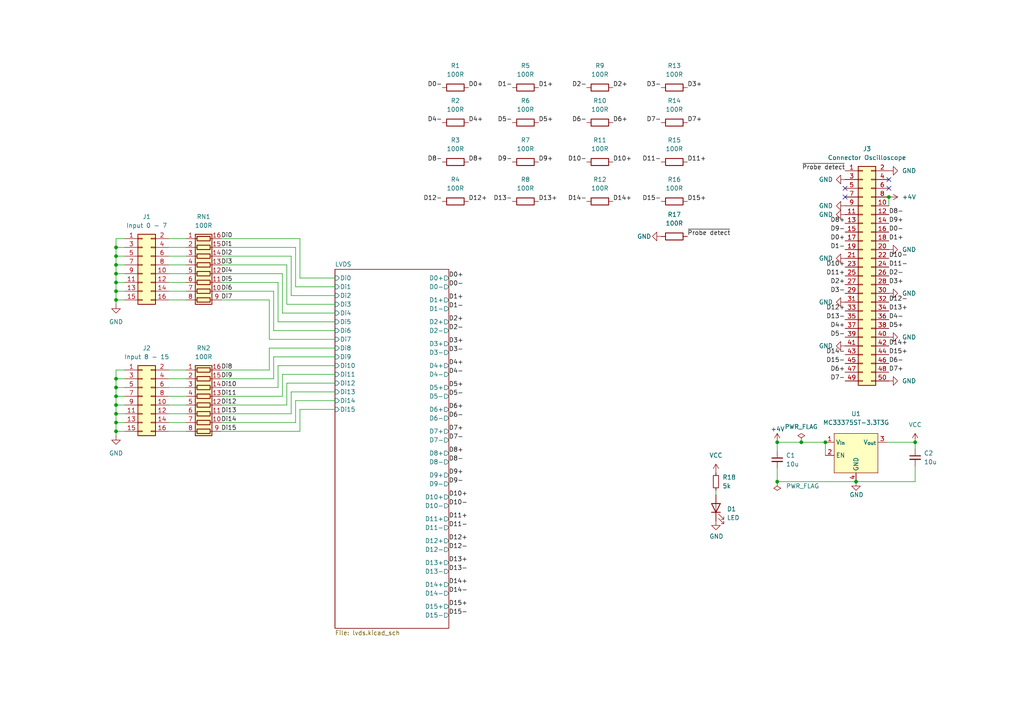
<source format=kicad_sch>
(kicad_sch (version 20211123) (generator eeschema)
  (paper "A4")
  (lib_symbols
    (symbol "Connector_Generic:Conn_02x08_Odd_Even" (pin_names (offset 1.016) hide)
      (property "Reference" "J" (at 1.27 10.16 0))
      (property "Value" "Conn_02x08_Odd_Even" (at 1.27 -12.7 0))
      (symbol "Conn_02x08_Odd_Even_1_1"
        (rectangle (start -1.27 -10.033) (end 0 -10.287) (stroke (width 0.1524)))
        (rectangle (start -1.27 -7.493) (end 0 -7.747) (stroke (width 0.1524)))
        (rectangle (start -1.27 -4.953) (end 0 -5.207) (stroke (width 0.1524)))
        (rectangle (start -1.27 -2.413) (end 0 -2.667) (stroke (width 0.1524)))
        (rectangle (start -1.27 0.127) (end 0 -0.127) (stroke (width 0.1524)))
        (rectangle (start -1.27 2.667) (end 0 2.413) (stroke (width 0.1524)))
        (rectangle (start -1.27 5.207) (end 0 4.953) (stroke (width 0.1524)))
        (rectangle (start -1.27 7.747) (end 0 7.493) (stroke (width 0.1524)))
        (rectangle (start -1.27 8.89) (end 3.81 -11.43) (stroke (width 0.254)) (fill (type background)))
        (rectangle (start 3.81 -10.033) (end 2.54 -10.287) (stroke (width 0.1524)))
        (rectangle (start 3.81 -7.493) (end 2.54 -7.747) (stroke (width 0.1524)))
        (rectangle (start 3.81 -4.953) (end 2.54 -5.207) (stroke (width 0.1524)))
        (rectangle (start 3.81 -2.413) (end 2.54 -2.667) (stroke (width 0.1524)))
        (rectangle (start 3.81 0.127) (end 2.54 -0.127) (stroke (width 0.1524)))
        (rectangle (start 3.81 2.667) (end 2.54 2.413) (stroke (width 0.1524)))
        (rectangle (start 3.81 5.207) (end 2.54 4.953) (stroke (width 0.1524)))
        (rectangle (start 3.81 7.747) (end 2.54 7.493) (stroke (width 0.1524)))
        (pin passive line (at -5.08 7.62 0) (length 3.81) (name "Pin_1") (number "1"))
        (pin passive line (at 7.62 -2.54 180) (length 3.81) (name "Pin_10") (number "10"))
        (pin passive line (at -5.08 -5.08 0) (length 3.81) (name "Pin_11") (number "11"))
        (pin passive line (at 7.62 -5.08 180) (length 3.81) (name "Pin_12") (number "12"))
        (pin passive line (at -5.08 -7.62 0) (length 3.81) (name "Pin_13") (number "13"))
        (pin passive line (at 7.62 -7.62 180) (length 3.81) (name "Pin_14") (number "14"))
        (pin passive line (at -5.08 -10.16 0) (length 3.81) (name "Pin_15") (number "15"))
        (pin passive line (at 7.62 -10.16 180) (length 3.81) (name "Pin_16") (number "16"))
        (pin passive line (at 7.62 7.62 180) (length 3.81) (name "Pin_2") (number "2"))
        (pin passive line (at -5.08 5.08 0) (length 3.81) (name "Pin_3") (number "3"))
        (pin passive line (at 7.62 5.08 180) (length 3.81) (name "Pin_4") (number "4"))
        (pin passive line (at -5.08 2.54 0) (length 3.81) (name "Pin_5") (number "5"))
        (pin passive line (at 7.62 2.54 180) (length 3.81) (name "Pin_6") (number "6"))
        (pin passive line (at -5.08 0 0) (length 3.81) (name "Pin_7") (number "7"))
        (pin passive line (at 7.62 0 180) (length 3.81) (name "Pin_8") (number "8"))
        (pin passive line (at -5.08 -2.54 0) (length 3.81) (name "Pin_9") (number "9"))
      )
    )
    (symbol "Connector_Generic:Conn_02x25_Odd_Even" (pin_names (offset 1.016) hide)
      (property "Reference" "J" (at 1.27 33.02 0))
      (property "Value" "Conn_02x25_Odd_Even" (at 1.27 -33.02 0))
      (symbol "Conn_02x25_Odd_Even_1_1"
        (rectangle (start -1.27 -30.353) (end 0 -30.607) (stroke (width 0.1524)))
        (rectangle (start -1.27 -27.813) (end 0 -28.067) (stroke (width 0.1524)))
        (rectangle (start -1.27 -25.273) (end 0 -25.527) (stroke (width 0.1524)))
        (rectangle (start -1.27 -22.733) (end 0 -22.987) (stroke (width 0.1524)))
        (rectangle (start -1.27 -20.193) (end 0 -20.447) (stroke (width 0.1524)))
        (rectangle (start -1.27 -17.653) (end 0 -17.907) (stroke (width 0.1524)))
        (rectangle (start -1.27 -15.113) (end 0 -15.367) (stroke (width 0.1524)))
        (rectangle (start -1.27 -12.573) (end 0 -12.827) (stroke (width 0.1524)))
        (rectangle (start -1.27 -10.033) (end 0 -10.287) (stroke (width 0.1524)))
        (rectangle (start -1.27 -7.493) (end 0 -7.747) (stroke (width 0.1524)))
        (rectangle (start -1.27 -4.953) (end 0 -5.207) (stroke (width 0.1524)))
        (rectangle (start -1.27 -2.413) (end 0 -2.667) (stroke (width 0.1524)))
        (rectangle (start -1.27 0.127) (end 0 -0.127) (stroke (width 0.1524)))
        (rectangle (start -1.27 2.667) (end 0 2.413) (stroke (width 0.1524)))
        (rectangle (start -1.27 5.207) (end 0 4.953) (stroke (width 0.1524)))
        (rectangle (start -1.27 7.747) (end 0 7.493) (stroke (width 0.1524)))
        (rectangle (start -1.27 10.287) (end 0 10.033) (stroke (width 0.1524)))
        (rectangle (start -1.27 12.827) (end 0 12.573) (stroke (width 0.1524)))
        (rectangle (start -1.27 15.367) (end 0 15.113) (stroke (width 0.1524)))
        (rectangle (start -1.27 17.907) (end 0 17.653) (stroke (width 0.1524)))
        (rectangle (start -1.27 20.447) (end 0 20.193) (stroke (width 0.1524)))
        (rectangle (start -1.27 22.987) (end 0 22.733) (stroke (width 0.1524)))
        (rectangle (start -1.27 25.527) (end 0 25.273) (stroke (width 0.1524)))
        (rectangle (start -1.27 28.067) (end 0 27.813) (stroke (width 0.1524)))
        (rectangle (start -1.27 30.607) (end 0 30.353) (stroke (width 0.1524)))
        (rectangle (start -1.27 31.75) (end 3.81 -31.75) (stroke (width 0.254)) (fill (type background)))
        (rectangle (start 3.81 -30.353) (end 2.54 -30.607) (stroke (width 0.1524)))
        (rectangle (start 3.81 -27.813) (end 2.54 -28.067) (stroke (width 0.1524)))
        (rectangle (start 3.81 -25.273) (end 2.54 -25.527) (stroke (width 0.1524)))
        (rectangle (start 3.81 -22.733) (end 2.54 -22.987) (stroke (width 0.1524)))
        (rectangle (start 3.81 -20.193) (end 2.54 -20.447) (stroke (width 0.1524)))
        (rectangle (start 3.81 -17.653) (end 2.54 -17.907) (stroke (width 0.1524)))
        (rectangle (start 3.81 -15.113) (end 2.54 -15.367) (stroke (width 0.1524)))
        (rectangle (start 3.81 -12.573) (end 2.54 -12.827) (stroke (width 0.1524)))
        (rectangle (start 3.81 -10.033) (end 2.54 -10.287) (stroke (width 0.1524)))
        (rectangle (start 3.81 -7.493) (end 2.54 -7.747) (stroke (width 0.1524)))
        (rectangle (start 3.81 -4.953) (end 2.54 -5.207) (stroke (width 0.1524)))
        (rectangle (start 3.81 -2.413) (end 2.54 -2.667) (stroke (width 0.1524)))
        (rectangle (start 3.81 0.127) (end 2.54 -0.127) (stroke (width 0.1524)))
        (rectangle (start 3.81 2.667) (end 2.54 2.413) (stroke (width 0.1524)))
        (rectangle (start 3.81 5.207) (end 2.54 4.953) (stroke (width 0.1524)))
        (rectangle (start 3.81 7.747) (end 2.54 7.493) (stroke (width 0.1524)))
        (rectangle (start 3.81 10.287) (end 2.54 10.033) (stroke (width 0.1524)))
        (rectangle (start 3.81 12.827) (end 2.54 12.573) (stroke (width 0.1524)))
        (rectangle (start 3.81 15.367) (end 2.54 15.113) (stroke (width 0.1524)))
        (rectangle (start 3.81 17.907) (end 2.54 17.653) (stroke (width 0.1524)))
        (rectangle (start 3.81 20.447) (end 2.54 20.193) (stroke (width 0.1524)))
        (rectangle (start 3.81 22.987) (end 2.54 22.733) (stroke (width 0.1524)))
        (rectangle (start 3.81 25.527) (end 2.54 25.273) (stroke (width 0.1524)))
        (rectangle (start 3.81 28.067) (end 2.54 27.813) (stroke (width 0.1524)))
        (rectangle (start 3.81 30.607) (end 2.54 30.353) (stroke (width 0.1524)))
        (pin passive line (at -5.08 30.48 0) (length 3.81) (name "Pin_1") (number "1"))
        (pin passive line (at 7.62 20.32 180) (length 3.81) (name "Pin_10") (number "10"))
        (pin passive line (at -5.08 17.78 0) (length 3.81) (name "Pin_11") (number "11"))
        (pin passive line (at 7.62 17.78 180) (length 3.81) (name "Pin_12") (number "12"))
        (pin passive line (at -5.08 15.24 0) (length 3.81) (name "Pin_13") (number "13"))
        (pin passive line (at 7.62 15.24 180) (length 3.81) (name "Pin_14") (number "14"))
        (pin passive line (at -5.08 12.7 0) (length 3.81) (name "Pin_15") (number "15"))
        (pin passive line (at 7.62 12.7 180) (length 3.81) (name "Pin_16") (number "16"))
        (pin passive line (at -5.08 10.16 0) (length 3.81) (name "Pin_17") (number "17"))
        (pin passive line (at 7.62 10.16 180) (length 3.81) (name "Pin_18") (number "18"))
        (pin passive line (at -5.08 7.62 0) (length 3.81) (name "Pin_19") (number "19"))
        (pin passive line (at 7.62 30.48 180) (length 3.81) (name "Pin_2") (number "2"))
        (pin passive line (at 7.62 7.62 180) (length 3.81) (name "Pin_20") (number "20"))
        (pin passive line (at -5.08 5.08 0) (length 3.81) (name "Pin_21") (number "21"))
        (pin passive line (at 7.62 5.08 180) (length 3.81) (name "Pin_22") (number "22"))
        (pin passive line (at -5.08 2.54 0) (length 3.81) (name "Pin_23") (number "23"))
        (pin passive line (at 7.62 2.54 180) (length 3.81) (name "Pin_24") (number "24"))
        (pin passive line (at -5.08 0 0) (length 3.81) (name "Pin_25") (number "25"))
        (pin passive line (at 7.62 0 180) (length 3.81) (name "Pin_26") (number "26"))
        (pin passive line (at -5.08 -2.54 0) (length 3.81) (name "Pin_27") (number "27"))
        (pin passive line (at 7.62 -2.54 180) (length 3.81) (name "Pin_28") (number "28"))
        (pin passive line (at -5.08 -5.08 0) (length 3.81) (name "Pin_29") (number "29"))
        (pin passive line (at -5.08 27.94 0) (length 3.81) (name "Pin_3") (number "3"))
        (pin passive line (at 7.62 -5.08 180) (length 3.81) (name "Pin_30") (number "30"))
        (pin passive line (at -5.08 -7.62 0) (length 3.81) (name "Pin_31") (number "31"))
        (pin passive line (at 7.62 -7.62 180) (length 3.81) (name "Pin_32") (number "32"))
        (pin passive line (at -5.08 -10.16 0) (length 3.81) (name "Pin_33") (number "33"))
        (pin passive line (at 7.62 -10.16 180) (length 3.81) (name "Pin_34") (number "34"))
        (pin passive line (at -5.08 -12.7 0) (length 3.81) (name "Pin_35") (number "35"))
        (pin passive line (at 7.62 -12.7 180) (length 3.81) (name "Pin_36") (number "36"))
        (pin passive line (at -5.08 -15.24 0) (length 3.81) (name "Pin_37") (number "37"))
        (pin passive line (at 7.62 -15.24 180) (length 3.81) (name "Pin_38") (number "38"))
        (pin passive line (at -5.08 -17.78 0) (length 3.81) (name "Pin_39") (number "39"))
        (pin passive line (at 7.62 27.94 180) (length 3.81) (name "Pin_4") (number "4"))
        (pin passive line (at 7.62 -17.78 180) (length 3.81) (name "Pin_40") (number "40"))
        (pin passive line (at -5.08 -20.32 0) (length 3.81) (name "Pin_41") (number "41"))
        (pin passive line (at 7.62 -20.32 180) (length 3.81) (name "Pin_42") (number "42"))
        (pin passive line (at -5.08 -22.86 0) (length 3.81) (name "Pin_43") (number "43"))
        (pin passive line (at 7.62 -22.86 180) (length 3.81) (name "Pin_44") (number "44"))
        (pin passive line (at -5.08 -25.4 0) (length 3.81) (name "Pin_45") (number "45"))
        (pin passive line (at 7.62 -25.4 180) (length 3.81) (name "Pin_46") (number "46"))
        (pin passive line (at -5.08 -27.94 0) (length 3.81) (name "Pin_47") (number "47"))
        (pin passive line (at 7.62 -27.94 180) (length 3.81) (name "Pin_48") (number "48"))
        (pin passive line (at -5.08 -30.48 0) (length 3.81) (name "Pin_49") (number "49"))
        (pin passive line (at -5.08 25.4 0) (length 3.81) (name "Pin_5") (number "5"))
        (pin passive line (at 7.62 -30.48 180) (length 3.81) (name "Pin_50") (number "50"))
        (pin passive line (at 7.62 25.4 180) (length 3.81) (name "Pin_6") (number "6"))
        (pin passive line (at -5.08 22.86 0) (length 3.81) (name "Pin_7") (number "7"))
        (pin passive line (at 7.62 22.86 180) (length 3.81) (name "Pin_8") (number "8"))
        (pin passive line (at -5.08 20.32 0) (length 3.81) (name "Pin_9") (number "9"))
      )
    )
    (symbol "Device:C_Small" (pin_numbers hide) (pin_names (offset 0.254) hide)
      (property "Reference" "C" (at 0.254 1.778 0))
      (property "Value" "C_Small" (at 0.254 -2.032 0))
      (symbol "C_Small_0_1"
        (polyline (pts (xy -1.524 -0.508) (xy 1.524 -0.508)) (stroke (width 0.3302)))
        (polyline (pts (xy -1.524 0.508) (xy 1.524 0.508)) (stroke (width 0.3048)))
      )
      (symbol "C_Small_1_1"
        (pin passive line (at 0 2.54 270) (length 2.032) (name "~") (number "1"))
        (pin passive line (at 0 -2.54 90) (length 2.032) (name "~") (number "2"))
      )
    )
    (symbol "Device:LED" (pin_numbers hide) (pin_names (offset 1.016) hide)
      (property "Reference" "D" (at 0 2.54 0))
      (property "Value" "LED" (at 0 -2.54 0))
      (symbol "LED_0_1"
        (polyline (pts (xy -1.27 -1.27) (xy -1.27 1.27)) (stroke (width 0.254)))
        (polyline (pts (xy -1.27 0) (xy 1.27 0)))
        (polyline (pts (xy 1.27 -1.27) (xy 1.27 1.27) (xy -1.27 0) (xy 1.27 -1.27)) (stroke (width 0.254)))
        (polyline (pts (xy -3.048 -0.762) (xy -4.572 -2.286) (xy -3.81 -2.286) (xy -4.572 -2.286) (xy -4.572 -1.524)))
        (polyline (pts (xy -1.778 -0.762) (xy -3.302 -2.286) (xy -2.54 -2.286) (xy -3.302 -2.286) (xy -3.302 -1.524)))
      )
      (symbol "LED_1_1"
        (pin passive line (at -3.81 0 0) (length 2.54) (name "K") (number "1"))
        (pin passive line (at 3.81 0 180) (length 2.54) (name "A") (number "2"))
      )
    )
    (symbol "Device:R" (pin_numbers hide) (pin_names (offset 0))
      (property "Reference" "R" (at 2.032 0 90))
      (property "Value" "R" (at 0 0 90))
      (symbol "R_0_1"
        (rectangle (start -1.016 -2.54) (end 1.016 2.54) (stroke (width 0.254)))
      )
      (symbol "R_1_1"
        (pin passive line (at 0 3.81 270) (length 1.27) (name "~") (number "1"))
        (pin passive line (at 0 -3.81 90) (length 1.27) (name "~") (number "2"))
      )
    )
    (symbol "Device:R_Pack08" (pin_names (offset 0) hide)
      (property "Reference" "RN" (at -12.7 0 90))
      (property "Value" "R_Pack08" (at 10.16 0 90))
      (symbol "R_Pack08_0_1"
        (rectangle (start -11.43 -2.413) (end 8.89 2.413) (stroke (width 0.254)) (fill (type background)))
        (rectangle (start -10.795 1.905) (end -9.525 -1.905) (stroke (width 0.254)))
        (rectangle (start -8.255 1.905) (end -6.985 -1.905) (stroke (width 0.254)))
        (rectangle (start -5.715 1.905) (end -4.445 -1.905) (stroke (width 0.254)))
        (rectangle (start -3.175 1.905) (end -1.905 -1.905) (stroke (width 0.254)))
        (rectangle (start -0.635 1.905) (end 0.635 -1.905) (stroke (width 0.254)))
        (polyline (pts (xy -10.16 -2.54) (xy -10.16 -1.905)))
        (polyline (pts (xy -10.16 1.905) (xy -10.16 2.54)))
        (polyline (pts (xy -7.62 -2.54) (xy -7.62 -1.905)))
        (polyline (pts (xy -7.62 1.905) (xy -7.62 2.54)))
        (polyline (pts (xy -5.08 -2.54) (xy -5.08 -1.905)))
        (polyline (pts (xy -5.08 1.905) (xy -5.08 2.54)))
        (polyline (pts (xy -2.54 -2.54) (xy -2.54 -1.905)))
        (polyline (pts (xy -2.54 1.905) (xy -2.54 2.54)))
        (polyline (pts (xy 0 -2.54) (xy 0 -1.905)))
        (polyline (pts (xy 0 1.905) (xy 0 2.54)))
        (polyline (pts (xy 2.54 -2.54) (xy 2.54 -1.905)))
        (polyline (pts (xy 2.54 1.905) (xy 2.54 2.54)))
        (polyline (pts (xy 5.08 -2.54) (xy 5.08 -1.905)))
        (polyline (pts (xy 5.08 1.905) (xy 5.08 2.54)))
        (polyline (pts (xy 7.62 -2.54) (xy 7.62 -1.905)))
        (polyline (pts (xy 7.62 1.905) (xy 7.62 2.54)))
        (rectangle (start 1.905 1.905) (end 3.175 -1.905) (stroke (width 0.254)))
        (rectangle (start 4.445 1.905) (end 5.715 -1.905) (stroke (width 0.254)))
        (rectangle (start 6.985 1.905) (end 8.255 -1.905) (stroke (width 0.254)))
      )
      (symbol "R_Pack08_1_1"
        (pin passive line (at -10.16 -5.08 90) (length 2.54) (name "R1.1") (number "1"))
        (pin passive line (at 5.08 5.08 270) (length 2.54) (name "R7.2") (number "10"))
        (pin passive line (at 2.54 5.08 270) (length 2.54) (name "R6.2") (number "11"))
        (pin passive line (at 0 5.08 270) (length 2.54) (name "R5.2") (number "12"))
        (pin passive line (at -2.54 5.08 270) (length 2.54) (name "R4.2") (number "13"))
        (pin passive line (at -5.08 5.08 270) (length 2.54) (name "R3.2") (number "14"))
        (pin passive line (at -7.62 5.08 270) (length 2.54) (name "R2.2") (number "15"))
        (pin passive line (at -10.16 5.08 270) (length 2.54) (name "R1.2") (number "16"))
        (pin passive line (at -7.62 -5.08 90) (length 2.54) (name "R2.1") (number "2"))
        (pin passive line (at -5.08 -5.08 90) (length 2.54) (name "R3.1") (number "3"))
        (pin passive line (at -2.54 -5.08 90) (length 2.54) (name "R4.1") (number "4"))
        (pin passive line (at 0 -5.08 90) (length 2.54) (name "R5.1") (number "5"))
        (pin passive line (at 2.54 -5.08 90) (length 2.54) (name "R6.1") (number "6"))
        (pin passive line (at 5.08 -5.08 90) (length 2.54) (name "R7.1") (number "7"))
        (pin passive line (at 7.62 -5.08 90) (length 2.54) (name "R8.1") (number "8"))
        (pin passive line (at 7.62 5.08 270) (length 2.54) (name "R8.2") (number "9"))
      )
    )
    (symbol "Device:R_Small" (pin_numbers hide) (pin_names (offset 0.254) hide)
      (property "Reference" "R" (at 0.762 0.508 0))
      (property "Value" "R_Small" (at 0.762 -1.016 0))
      (symbol "R_Small_0_1"
        (rectangle (start -0.762 1.778) (end 0.762 -1.778) (stroke (width 0.2032)))
      )
      (symbol "R_Small_1_1"
        (pin passive line (at 0 2.54 270) (length 0.762) (name "~") (number "1"))
        (pin passive line (at 0 -2.54 90) (length 0.762) (name "~") (number "2"))
      )
    )
    (symbol "ownLib:MC33375ST-3.3T3G"
      (property "Reference" "U" (at 0 2.54 0))
      (property "Value" "MC33375ST-3.3T3G" (at 0 7.62 0))
      (symbol "MC33375ST-3.3T3G_0_1"
        (rectangle (start -6.35 5.08) (end 6.35 -6.35) (stroke (width 0.1524)) (fill (type background)))
      )
      (symbol "MC33375ST-3.3T3G_1_1"
        (pin power_in line (at -8.89 2.54 0) (length 2.54) (name "V_{in}") (number "1"))
        (pin input line (at -8.89 -1.27 0) (length 2.54) (name "EN") (number "2"))
        (pin power_out line (at 8.89 2.54 180) (length 2.54) (name "V_{out}") (number "3"))
        (pin power_in line (at 0 -8.89 90) (length 2.54) (name "GND") (number "4"))
      )
    )
    (symbol "power:+4V" (power) (pin_names (offset 0))
      (property "Value" "+4V" (at 0 3.556 0))
      (symbol "+4V_0_1"
        (polyline (pts (xy -0.762 1.27) (xy 0 2.54)))
        (polyline (pts (xy 0 0) (xy 0 2.54)))
        (polyline (pts (xy 0 2.54) (xy 0.762 1.27)))
      )
      (symbol "+4V_1_1"
        (pin power_in line (at 0 0 90) (length 0) hide (name "+4V") (number "1"))
      )
    )
    (symbol "power:GND" (power) (pin_names (offset 0))
      (property "Value" "GND" (at 0 -3.81 0))
      (symbol "GND_0_1"
        (polyline (pts (xy 0 0) (xy 0 -1.27) (xy 1.27 -1.27) (xy 0 -2.54) (xy -1.27 -1.27) (xy 0 -1.27)))
      )
      (symbol "GND_1_1"
        (pin power_in line (at 0 0 270) (length 0) hide (name "GND") (number "1"))
      )
    )
    (symbol "power:PWR_FLAG" (power) (pin_numbers hide) (pin_names (offset 0) hide)
      (property "Value" "PWR_FLAG" (at 0 3.81 0))
      (symbol "PWR_FLAG_0_0"
        (pin power_out line (at 0 0 90) (length 0) (name "pwr") (number "1"))
      )
      (symbol "PWR_FLAG_0_1"
        (polyline (pts (xy 0 0) (xy 0 1.27) (xy -1.016 1.905) (xy 0 2.54) (xy 1.016 1.905) (xy 0 1.27)))
      )
    )
    (symbol "power:VCC" (power) (pin_names (offset 0))
      (property "Value" "VCC" (at 0 3.81 0))
      (symbol "VCC_0_1"
        (polyline (pts (xy -0.762 1.27) (xy 0 2.54)))
        (polyline (pts (xy 0 0) (xy 0 2.54)))
        (polyline (pts (xy 0 2.54) (xy 0.762 1.27)))
      )
      (symbol "VCC_1_1"
        (pin power_in line (at 0 0 90) (length 0) hide (name "VCC") (number "1"))
      )
    )
  )
  (junction (at 33.655 84.455))
  (junction (at 239.395 128.27))
  (junction (at 33.655 125.095))
  (junction (at 232.41 128.27))
  (junction (at 33.655 74.295))
  (junction (at 33.655 112.395))
  (junction (at 33.655 109.855))
  (junction (at 225.425 139.7))
  (junction (at 33.655 76.835))
  (junction (at 33.655 86.995))
  (junction (at 248.285 139.7))
  (junction (at 265.43 128.27))
  (junction (at 33.655 117.475))
  (junction (at 33.655 114.935))
  (junction (at 257.81 57.15))
  (junction (at 33.655 81.915))
  (junction (at 33.655 122.555))
  (junction (at 33.655 79.375))
  (junction (at 33.655 120.015))
  (junction (at 33.655 71.755))
  (junction (at 225.425 128.27))
  (no_connect (at 257.81 52.07))
  (no_connect (at 257.81 54.61))
  (no_connect (at 245.11 54.61))
  (no_connect (at 245.11 57.15))
  (wire (pts (xy 33.655 69.215) (xy 33.655 71.755)))
  (wire (pts (xy 84.455 74.295) (xy 84.455 85.725)))
  (wire (pts (xy 33.655 81.915) (xy 36.195 81.915)))
  (wire (pts (xy 64.135 112.395) (xy 80.645 112.395)))
  (wire (pts (xy 33.655 109.855) (xy 33.655 112.395)))
  (wire (pts (xy 33.655 84.455) (xy 33.655 86.995)))
  (wire (pts (xy 64.135 74.295) (xy 84.455 74.295)))
  (wire (pts (xy 48.895 112.395) (xy 53.975 112.395)))
  (wire (pts (xy 85.725 116.205) (xy 97.155 116.205)))
  (wire (pts (xy 48.895 86.995) (xy 53.975 86.995)))
  (wire (pts (xy 33.655 109.855) (xy 36.195 109.855)))
  (wire (pts (xy 225.425 135.89) (xy 225.425 139.7)))
  (wire (pts (xy 48.895 84.455) (xy 53.975 84.455)))
  (wire (pts (xy 33.655 79.375) (xy 33.655 81.915)))
  (wire (pts (xy 232.41 128.27) (xy 225.425 128.27)))
  (wire (pts (xy 48.895 69.215) (xy 53.975 69.215)))
  (wire (pts (xy 81.915 79.375) (xy 81.915 90.805)))
  (wire (pts (xy 33.655 76.835) (xy 36.195 76.835)))
  (wire (pts (xy 83.185 117.475) (xy 83.185 111.125)))
  (wire (pts (xy 64.135 69.215) (xy 86.995 69.215)))
  (wire (pts (xy 81.915 90.805) (xy 97.155 90.805)))
  (wire (pts (xy 48.895 117.475) (xy 53.975 117.475)))
  (wire (pts (xy 64.135 125.095) (xy 86.995 125.095)))
  (wire (pts (xy 79.375 103.505) (xy 97.155 103.505)))
  (wire (pts (xy 207.645 142.24) (xy 207.645 143.51)))
  (wire (pts (xy 86.995 118.745) (xy 97.155 118.745)))
  (wire (pts (xy 33.655 71.755) (xy 36.195 71.755)))
  (wire (pts (xy 64.135 86.995) (xy 78.105 86.995)))
  (wire (pts (xy 78.105 107.315) (xy 78.105 100.965)))
  (wire (pts (xy 64.135 79.375) (xy 81.915 79.375)))
  (wire (pts (xy 48.895 120.015) (xy 53.975 120.015)))
  (wire (pts (xy 81.915 114.935) (xy 81.915 108.585)))
  (wire (pts (xy 84.455 85.725) (xy 97.155 85.725)))
  (wire (pts (xy 48.895 71.755) (xy 53.975 71.755)))
  (wire (pts (xy 48.895 125.095) (xy 53.975 125.095)))
  (wire (pts (xy 81.915 108.585) (xy 97.155 108.585)))
  (wire (pts (xy 64.135 84.455) (xy 79.375 84.455)))
  (wire (pts (xy 33.655 117.475) (xy 33.655 120.015)))
  (wire (pts (xy 33.655 125.095) (xy 36.195 125.095)))
  (wire (pts (xy 33.655 71.755) (xy 33.655 74.295)))
  (wire (pts (xy 33.655 86.995) (xy 33.655 88.265)))
  (wire (pts (xy 239.395 128.27) (xy 232.41 128.27)))
  (wire (pts (xy 80.645 106.045) (xy 97.155 106.045)))
  (wire (pts (xy 78.105 98.425) (xy 97.155 98.425)))
  (wire (pts (xy 78.105 86.995) (xy 78.105 98.425)))
  (wire (pts (xy 80.645 81.915) (xy 80.645 93.345)))
  (wire (pts (xy 85.725 71.755) (xy 64.135 71.755)))
  (wire (pts (xy 64.135 76.835) (xy 83.185 76.835)))
  (wire (pts (xy 48.895 109.855) (xy 53.975 109.855)))
  (wire (pts (xy 64.135 114.935) (xy 81.915 114.935)))
  (wire (pts (xy 257.175 128.27) (xy 265.43 128.27)))
  (wire (pts (xy 33.655 122.555) (xy 36.195 122.555)))
  (wire (pts (xy 33.655 117.475) (xy 36.195 117.475)))
  (wire (pts (xy 33.655 120.015) (xy 36.195 120.015)))
  (wire (pts (xy 86.995 80.645) (xy 97.155 80.645)))
  (wire (pts (xy 33.655 122.555) (xy 33.655 125.095)))
  (wire (pts (xy 33.655 81.915) (xy 33.655 84.455)))
  (wire (pts (xy 64.135 122.555) (xy 85.725 122.555)))
  (wire (pts (xy 48.895 81.915) (xy 53.975 81.915)))
  (wire (pts (xy 239.395 128.27) (xy 239.395 132.08)))
  (wire (pts (xy 33.655 107.315) (xy 33.655 109.855)))
  (wire (pts (xy 48.895 114.935) (xy 53.975 114.935)))
  (wire (pts (xy 33.655 114.935) (xy 33.655 117.475)))
  (wire (pts (xy 84.455 113.665) (xy 97.155 113.665)))
  (wire (pts (xy 84.455 120.015) (xy 84.455 113.665)))
  (wire (pts (xy 248.285 139.7) (xy 265.43 139.7)))
  (wire (pts (xy 79.375 84.455) (xy 79.375 95.885)))
  (wire (pts (xy 80.645 112.395) (xy 80.645 106.045)))
  (wire (pts (xy 97.155 83.185) (xy 85.725 83.185)))
  (wire (pts (xy 85.725 122.555) (xy 85.725 116.205)))
  (wire (pts (xy 80.645 93.345) (xy 97.155 93.345)))
  (wire (pts (xy 33.655 79.375) (xy 36.195 79.375)))
  (wire (pts (xy 33.655 84.455) (xy 36.195 84.455)))
  (wire (pts (xy 83.185 76.835) (xy 83.185 88.265)))
  (wire (pts (xy 225.425 128.27) (xy 225.425 130.81)))
  (wire (pts (xy 85.725 83.185) (xy 85.725 71.755)))
  (wire (pts (xy 33.655 114.935) (xy 36.195 114.935)))
  (wire (pts (xy 33.655 86.995) (xy 36.195 86.995)))
  (wire (pts (xy 48.895 76.835) (xy 53.975 76.835)))
  (wire (pts (xy 225.425 139.7) (xy 248.285 139.7)))
  (wire (pts (xy 33.655 112.395) (xy 36.195 112.395)))
  (wire (pts (xy 64.135 117.475) (xy 83.185 117.475)))
  (wire (pts (xy 33.655 125.095) (xy 33.655 126.365)))
  (wire (pts (xy 83.185 88.265) (xy 97.155 88.265)))
  (wire (pts (xy 36.195 107.315) (xy 33.655 107.315)))
  (wire (pts (xy 86.995 125.095) (xy 86.995 118.745)))
  (wire (pts (xy 64.135 120.015) (xy 84.455 120.015)))
  (wire (pts (xy 48.895 74.295) (xy 53.975 74.295)))
  (wire (pts (xy 33.655 76.835) (xy 33.655 79.375)))
  (wire (pts (xy 79.375 109.855) (xy 79.375 103.505)))
  (wire (pts (xy 36.195 69.215) (xy 33.655 69.215)))
  (wire (pts (xy 48.895 107.315) (xy 53.975 107.315)))
  (wire (pts (xy 64.135 107.315) (xy 78.105 107.315)))
  (wire (pts (xy 79.375 95.885) (xy 97.155 95.885)))
  (wire (pts (xy 78.105 100.965) (xy 97.155 100.965)))
  (wire (pts (xy 33.655 74.295) (xy 36.195 74.295)))
  (wire (pts (xy 64.135 81.915) (xy 80.645 81.915)))
  (wire (pts (xy 257.81 57.15) (xy 257.81 59.69)))
  (wire (pts (xy 83.185 111.125) (xy 97.155 111.125)))
  (wire (pts (xy 86.995 69.215) (xy 86.995 80.645)))
  (wire (pts (xy 33.655 112.395) (xy 33.655 114.935)))
  (wire (pts (xy 48.895 79.375) (xy 53.975 79.375)))
  (wire (pts (xy 33.655 120.015) (xy 33.655 122.555)))
  (wire (pts (xy 265.43 128.27) (xy 265.43 130.175)))
  (wire (pts (xy 33.655 74.295) (xy 33.655 76.835)))
  (wire (pts (xy 64.135 109.855) (xy 79.375 109.855)))
  (wire (pts (xy 48.895 122.555) (xy 53.975 122.555)))
  (wire (pts (xy 265.43 139.7) (xy 265.43 135.255)))
  (label "D8+" (at 135.89 46.99 0))
  (label "D15-" (at 130.175 178.435 0))
  (label "D7-" (at 130.175 127.635 0))
  (label "D9-" (at 130.175 140.335 0))
  (label "D5+" (at 257.81 95.25 0))
  (label "D13-" (at 245.11 92.71 180))
  (label "Di6" (at 64.135 84.455 0))
  (label "D4-" (at 257.81 92.71 0))
  (label "D2-" (at 170.18 25.4 180))
  (label "D10+" (at 177.8 46.99 0))
  (label "D2+" (at 130.175 93.345 0))
  (label "D9-" (at 148.59 46.99 180))
  (label "D3-" (at 130.175 102.235 0))
  (label "D15-" (at 191.77 58.42 180))
  (label "D3+" (at 130.175 99.695 0))
  (label "D9+" (at 257.81 64.77 0))
  (label "D14+" (at 130.175 169.545 0))
  (label "Di12" (at 64.135 117.475 0))
  (label "D11-" (at 130.175 153.035 0))
  (label "D11-" (at 257.81 77.47 0))
  (label "D8+" (at 130.175 131.445 0))
  (label "D12-" (at 257.81 87.63 0))
  (label "D4+" (at 245.11 95.25 180))
  (label "Di10" (at 64.135 112.395 0))
  (label "D12-" (at 130.175 159.385 0))
  (label "D1+" (at 130.175 86.995 0))
  (label "D5-" (at 130.175 114.935 0))
  (label "D0+" (at 135.89 25.4 0))
  (label "D10-" (at 130.175 146.685 0))
  (label "Di11" (at 64.135 114.935 0))
  (label "D12-" (at 128.27 58.42 180))
  (label "D2-" (at 130.175 95.885 0))
  (label "D6-" (at 170.18 35.56 180))
  (label "D8-" (at 257.81 62.23 0))
  (label "Di1" (at 64.135 71.755 0))
  (label "D14-" (at 245.11 102.87 180))
  (label "D6+" (at 130.175 118.745 0))
  (label "D6+" (at 245.11 107.95 180))
  (label "D0+" (at 245.11 69.85 180))
  (label "D14-" (at 130.175 172.085 0))
  (label "Di3" (at 64.135 76.835 0))
  (label "D13+" (at 257.81 90.17 0))
  (label "D2+" (at 245.11 82.55 180))
  (label "Di15" (at 64.135 125.095 0))
  (label "D12+" (at 130.175 156.845 0))
  (label "D10-" (at 257.81 74.93 0))
  (label "D5+" (at 130.175 112.395 0))
  (label "D15+" (at 199.39 58.42 0))
  (label "Di14" (at 64.135 122.555 0))
  (label "D13+" (at 130.175 163.195 0))
  (label "D8+" (at 245.11 64.77 180))
  (label "D9+" (at 156.21 46.99 0))
  (label "Di8" (at 64.135 107.315 0))
  (label "D7+" (at 130.175 125.095 0))
  (label "D2+" (at 177.8 25.4 0))
  (label "D7-" (at 191.77 35.56 180))
  (label "D14+" (at 177.8 58.42 0))
  (label "Di4" (at 64.135 79.375 0))
  (label "D3-" (at 191.77 25.4 180))
  (label "D4-" (at 128.27 35.56 180))
  (label "D6-" (at 130.175 121.285 0))
  (label "D12+" (at 245.11 90.17 180))
  (label "D4+" (at 135.89 35.56 0))
  (label "D11+" (at 199.39 46.99 0))
  (label "D4+" (at 130.175 106.045 0))
  (label "~{Probe detect}" (at 199.39 68.58 0))
  (label "D1-" (at 130.175 89.535 0))
  (label "D8-" (at 130.175 133.985 0))
  (label "D10-" (at 170.18 46.99 180))
  (label "D5+" (at 156.21 35.56 0))
  (label "D0-" (at 257.81 67.31 0))
  (label "D1+" (at 156.21 25.4 0))
  (label "D11+" (at 130.175 150.495 0))
  (label "D7+" (at 257.81 107.95 0))
  (label "D1+" (at 257.81 69.85 0))
  (label "D7+" (at 199.39 35.56 0))
  (label "D2-" (at 257.81 80.01 0))
  (label "~{Probe detect}" (at 245.11 49.53 180))
  (label "D13-" (at 148.59 58.42 180))
  (label "Di13" (at 64.135 120.015 0))
  (label "D14-" (at 170.18 58.42 180))
  (label "D1-" (at 148.59 25.4 180))
  (label "D5-" (at 148.59 35.56 180))
  (label "D0-" (at 128.27 25.4 180))
  (label "D0-" (at 130.175 83.185 0))
  (label "D1-" (at 245.11 72.39 180))
  (label "D8-" (at 128.27 46.99 180))
  (label "Di7" (at 64.135 86.995 0))
  (label "D11+" (at 245.11 80.01 180))
  (label "D4-" (at 130.175 108.585 0))
  (label "D0+" (at 130.175 80.645 0))
  (label "D13+" (at 156.21 58.42 0))
  (label "D14+" (at 257.81 100.33 0))
  (label "D10+" (at 130.175 144.145 0))
  (label "D6-" (at 257.81 105.41 0))
  (label "D15+" (at 257.81 102.87 0))
  (label "Di0" (at 64.135 69.215 0))
  (label "D10+" (at 245.11 77.47 180))
  (label "Di9" (at 64.135 109.855 0))
  (label "D5-" (at 245.11 97.79 180))
  (label "D3+" (at 257.81 82.55 0))
  (label "D7-" (at 245.11 110.49 180))
  (label "D15+" (at 130.175 175.895 0))
  (label "D15-" (at 245.11 105.41 180))
  (label "D9-" (at 245.11 67.31 180))
  (label "D13-" (at 130.175 165.735 0))
  (label "D12+" (at 135.89 58.42 0))
  (label "D3+" (at 199.39 25.4 0))
  (label "D6+" (at 177.8 35.56 0))
  (label "Di5" (at 64.135 81.915 0))
  (label "Di2" (at 64.135 74.295 0))
  (label "D9+" (at 130.175 137.795 0))
  (label "D3-" (at 245.11 85.09 180))
  (label "D11-" (at 191.77 46.99 180))
  (symbol (lib_id "Device:R_Pack08") (at 59.055 117.475 270) (unit 1)
    (property "Reference" "RN2" (at 59.055 100.965 90))
    (property "Value" "100R" (at 59.055 103.505 90))
    (property "Footprint" "Resistor_SMD:R_Array_Convex_8x0602" (effects hide))
    (property "MOUSER_NR" "667-EXB-2HV101JV" (effects hide))
    (property "MOUSER_NR" "667-EXB-2HV101JV" (effects hide))
  )
  (symbol (lib_id "power:GND") (at 191.77 68.58 270) (unit 1)
    (property "Reference" "#PWR03" (effects hide))
    (property "Value" "GND" (at 184.785 68.58 90) (effects (justify left)))
  )
  (symbol (lib_id "Device:LED") (at 207.645 147.32 90) (unit 1)
    (property "Reference" "D1" (at 210.82 147.6374 90) (effects (justify right)))
    (property "Value" "LED" (at 210.82 150.1774 90) (effects (justify right)))
    (property "Footprint" "Diode_SMD:D_0603_1608Metric" (effects hide))
    (property "MOUSER_NR" "DNO" (effects hide))
  )
  (symbol (lib_id "power:VCC") (at 265.43 128.27 0) (unit 1)
    (property "Reference" "#PWR020" (effects hide))
    (property "Value" "VCC" (at 265.43 123.19 0))
  )
  (symbol (lib_id "Device:R") (at 152.4 35.56 90) (unit 1)
    (property "Reference" "R6" (at 152.4 29.21 90))
    (property "Value" "100R" (at 152.4 31.75 90))
    (property "Footprint" "Resistor_SMD:R_0402_1005Metric" (effects hide))
    (property "MOUSER_NR" "667-ERJ-2GEJ101X" (effects hide))
  )
  (symbol (lib_id "power:GND") (at 245.11 52.07 270) (unit 1)
    (property "Reference" "#PWR07" (effects hide))
    (property "Value" "GND" (at 237.49 52.07 90) (effects (justify left)))
  )
  (symbol (lib_id "ownLib:MC33375ST-3.3T3G") (at 248.285 130.81 0) (unit 1)
    (property "Reference" "U1" (at 248.285 120.015 0))
    (property "Value" "MC33375ST-3.3T3G" (at 248.285 122.555 0))
    (property "Footprint" "Package_TO_SOT_SMD:SOT-223" (effects hide))
    (property "MOUSER_NR" "863-MC33375ST-3.3T3G" (effects hide))
    (property "MOUSER_NR" "863-MC33375ST-3.3T3G" (effects hide))
  )
  (symbol (lib_id "power:GND") (at 245.11 74.93 270) (unit 1)
    (property "Reference" "#PWR010" (effects hide))
    (property "Value" "GND" (at 237.49 74.93 90) (effects (justify left)))
  )
  (symbol (lib_id "Device:R_Small") (at 207.645 139.7 0) (unit 1)
    (property "Reference" "R18" (at 209.55 138.4299 0) (effects (justify left)))
    (property "Value" "5k" (at 209.55 140.9699 0) (effects (justify left)))
    (property "Footprint" "Resistor_SMD:R_0402_1005Metric" (effects hide))
    (property "MOUSER_NR" "71-RCC04024K70FKED" (effects hide))
  )
  (symbol (lib_id "Device:R") (at 195.58 25.4 90) (unit 1)
    (property "Reference" "R13" (at 195.58 19.05 90))
    (property "Value" "100R" (at 195.58 21.59 90))
    (property "Footprint" "Resistor_SMD:R_0402_1005Metric" (effects hide))
    (property "MOUSER_NR" "667-ERJ-2GEJ101X" (effects hide))
  )
  (symbol (lib_id "power:PWR_FLAG") (at 232.41 128.27 0) (unit 1)
    (property "Reference" "#FLG0102" (effects hide))
    (property "Value" "PWR_FLAG" (at 232.41 123.7791 0))
  )
  (symbol (lib_id "Device:R") (at 132.08 46.99 90) (unit 1)
    (property "Reference" "R3" (at 132.08 40.64 90))
    (property "Value" "100R" (at 132.08 43.18 90))
    (property "Footprint" "Resistor_SMD:R_0402_1005Metric" (effects hide))
    (property "MOUSER_NR" "667-ERJ-2GEJ101X" (effects hide))
  )
  (symbol (lib_id "power:GND") (at 33.655 88.265 0) (unit 1)
    (property "Reference" "#PWR01" (effects hide))
    (property "Value" "GND" (at 33.655 93.345 0))
  )
  (symbol (lib_id "power:GND") (at 257.81 85.09 90) (unit 1)
    (property "Reference" "#PWR017" (effects hide))
    (property "Value" "GND" (at 261.62 85.0899 90) (effects (justify right)))
  )
  (symbol (lib_id "Device:R") (at 195.58 35.56 90) (unit 1)
    (property "Reference" "R14" (at 195.58 29.21 90))
    (property "Value" "100R" (at 195.58 31.75 90))
    (property "Footprint" "Resistor_SMD:R_0402_1005Metric" (effects hide))
    (property "MOUSER_NR" "667-ERJ-2GEJ101X" (effects hide))
  )
  (symbol (lib_id "power:GND") (at 207.645 151.13 0) (unit 1)
    (property "Reference" "#PWR05" (effects hide))
    (property "Value" "GND" (at 205.74 155.575 0) (effects (justify left)))
  )
  (symbol (lib_id "Connector_Generic:Conn_02x08_Odd_Even") (at 41.275 114.935 0) (unit 1)
    (property "Reference" "J2" (at 42.545 100.965 0))
    (property "Value" "Input 8 - 15" (at 42.545 103.505 0))
    (property "Footprint" "Connector_IDC:IDC-Header_2x08_P2.54mm_Vertical" (effects hide))
    (property "MOUSER_NR" "DNO" (effects hide))
  )
  (symbol (lib_id "power:GND") (at 245.11 59.69 270) (unit 1)
    (property "Reference" "#PWR08" (effects hide))
    (property "Value" "GND" (at 237.49 59.69 90) (effects (justify left)))
  )
  (symbol (lib_id "power:GND") (at 245.11 100.33 270) (unit 1)
    (property "Reference" "#PWR012" (effects hide))
    (property "Value" "GND" (at 237.49 100.33 90) (effects (justify left)))
  )
  (symbol (lib_id "Device:R") (at 195.58 46.99 90) (unit 1)
    (property "Reference" "R15" (at 195.58 40.64 90))
    (property "Value" "100R" (at 195.58 43.18 90))
    (property "Footprint" "Resistor_SMD:R_0402_1005Metric" (effects hide))
    (property "MOUSER_NR" "667-ERJ-2GEJ101X" (effects hide))
  )
  (symbol (lib_id "Device:R") (at 173.99 35.56 90) (unit 1)
    (property "Reference" "R10" (at 173.99 29.21 90))
    (property "Value" "100R" (at 173.99 31.75 90))
    (property "Footprint" "Resistor_SMD:R_0402_1005Metric" (effects hide))
    (property "MOUSER_NR" "667-ERJ-2GEJ101X" (effects hide))
  )
  (symbol (lib_id "Connector_Generic:Conn_02x25_Odd_Even") (at 250.19 80.01 0) (unit 1)
    (property "Reference" "J3" (at 251.46 43.18 0))
    (property "Value" "Connector Oscilloscope" (at 251.46 45.72 0))
    (property "Footprint" "Connector_IDC:IDC-Header_2x25_P2.54mm_Vertical" (effects hide))
    (property "MOUSER_NR" "DNO" (effects hide))
  )
  (symbol (lib_id "power:PWR_FLAG") (at 225.425 139.7 180) (unit 1)
    (property "Reference" "#FLG0101" (effects hide))
    (property "Value" "PWR_FLAG" (at 227.965 140.9699 0) (effects (justify right)))
  )
  (symbol (lib_id "power:GND") (at 257.81 110.49 90) (unit 1)
    (property "Reference" "#PWR019" (effects hide))
    (property "Value" "GND" (at 261.62 110.4899 90) (effects (justify right)))
  )
  (symbol (lib_id "Device:R") (at 173.99 58.42 90) (unit 1)
    (property "Reference" "R12" (at 173.99 52.07 90))
    (property "Value" "100R" (at 173.99 54.61 90))
    (property "Footprint" "Resistor_SMD:R_0402_1005Metric" (effects hide))
    (property "MOUSER_NR" "667-ERJ-2GEJ101X" (effects hide))
  )
  (symbol (lib_id "Device:R") (at 152.4 58.42 90) (unit 1)
    (property "Reference" "R8" (at 152.4 52.07 90))
    (property "Value" "100R" (at 152.4 54.61 90))
    (property "Footprint" "Resistor_SMD:R_0402_1005Metric" (effects hide))
    (property "MOUSER_NR" "667-ERJ-2GEJ101X" (effects hide))
  )
  (symbol (lib_id "Device:C_Small") (at 265.43 132.715 0) (unit 1)
    (property "Reference" "C2" (at 267.97 131.4512 0) (effects (justify left)))
    (property "Value" "10u" (at 267.97 133.9912 0) (effects (justify left)))
    (property "Footprint" "Capacitor_SMD:C_0603_1608Metric" (effects hide))
    (property "MOUSER_NR" "81-GRM188D71A106KA3D" (effects hide))
  )
  (symbol (lib_id "power:VCC") (at 207.645 137.16 0) (unit 1)
    (property "Reference" "#PWR04" (effects hide))
    (property "Value" "VCC" (at 207.645 132.08 0))
  )
  (symbol (lib_id "power:GND") (at 257.81 49.53 90) (unit 1)
    (property "Reference" "#PWR014" (effects hide))
    (property "Value" "GND" (at 261.62 49.5299 90) (effects (justify right)))
  )
  (symbol (lib_id "power:GND") (at 257.81 72.39 90) (unit 1)
    (property "Reference" "#PWR016" (effects hide))
    (property "Value" "GND" (at 261.62 72.3899 90) (effects (justify right)))
  )
  (symbol (lib_id "Device:R") (at 195.58 68.58 90) (unit 1)
    (property "Reference" "R17" (at 195.58 62.23 90))
    (property "Value" "100R" (at 195.58 64.77 90))
    (property "Footprint" "Resistor_SMD:R_0402_1005Metric" (effects hide))
    (property "MOUSER_NR" "667-ERJ-2GEJ101X" (effects hide))
  )
  (symbol (lib_id "Device:R") (at 173.99 25.4 90) (unit 1)
    (property "Reference" "R9" (at 173.99 19.05 90))
    (property "Value" "100R" (at 173.99 21.59 90))
    (property "Footprint" "Resistor_SMD:R_0402_1005Metric" (effects hide))
    (property "MOUSER_NR" "667-ERJ-2GEJ101X" (effects hide))
  )
  (symbol (lib_id "Device:R_Pack08") (at 59.055 79.375 270) (unit 1)
    (property "Reference" "RN1" (at 59.055 62.865 90))
    (property "Value" "100R" (at 59.055 65.405 90))
    (property "Footprint" "Resistor_SMD:R_Array_Convex_8x0602" (effects hide))
    (property "MOUSER_NR" "667-EXB-2HV101JV" (effects hide))
    (property "MOUSER_NR" "667-EXB-2HV101JV" (effects hide))
  )
  (symbol (lib_id "power:GND") (at 257.81 97.79 90) (unit 1)
    (property "Reference" "#PWR018" (effects hide))
    (property "Value" "GND" (at 261.62 97.7899 90) (effects (justify right)))
  )
  (symbol (lib_id "Device:R") (at 132.08 25.4 90) (unit 1)
    (property "Reference" "R1" (at 132.08 19.05 90))
    (property "Value" "100R" (at 132.08 21.59 90))
    (property "Footprint" "Resistor_SMD:R_0402_1005Metric" (effects hide))
    (property "MOUSER_NR" "667-ERJ-2GEJ101X" (effects hide))
  )
  (symbol (lib_id "power:+4V") (at 225.425 128.27 0) (unit 1)
    (property "Reference" "#PWR06" (effects hide))
    (property "Value" "+4V" (at 223.52 124.46 0) (effects (justify left)))
  )
  (symbol (lib_id "Device:R") (at 132.08 35.56 90) (unit 1)
    (property "Reference" "R2" (at 132.08 29.21 90))
    (property "Value" "100R" (at 132.08 31.75 90))
    (property "Footprint" "Resistor_SMD:R_0402_1005Metric" (effects hide))
    (property "MOUSER_NR" "667-ERJ-2GEJ101X" (effects hide))
  )
  (symbol (lib_id "Device:R") (at 173.99 46.99 90) (unit 1)
    (property "Reference" "R11" (at 173.99 40.64 90))
    (property "Value" "100R" (at 173.99 43.18 90))
    (property "Footprint" "Resistor_SMD:R_0402_1005Metric" (effects hide))
    (property "MOUSER_NR" "667-ERJ-2GEJ101X" (effects hide))
  )
  (symbol (lib_id "power:GND") (at 33.655 126.365 0) (unit 1)
    (property "Reference" "#PWR02" (effects hide))
    (property "Value" "GND" (at 33.655 131.445 0))
  )
  (symbol (lib_id "Device:R") (at 195.58 58.42 90) (unit 1)
    (property "Reference" "R16" (at 195.58 52.07 90))
    (property "Value" "100R" (at 195.58 54.61 90))
    (property "Footprint" "Resistor_SMD:R_0402_1005Metric" (effects hide))
    (property "MOUSER_NR" "667-ERJ-2GEJ101X" (effects hide))
  )
  (symbol (lib_id "power:GND") (at 245.11 62.23 270) (unit 1)
    (property "Reference" "#PWR09" (effects hide))
    (property "Value" "GND" (at 237.49 62.23 90) (effects (justify left)))
  )
  (symbol (lib_id "Device:R") (at 152.4 25.4 90) (unit 1)
    (property "Reference" "R5" (at 152.4 19.05 90))
    (property "Value" "100R" (at 152.4 21.59 90))
    (property "Footprint" "Resistor_SMD:R_0402_1005Metric" (effects hide))
    (property "MOUSER_NR" "667-ERJ-2GEJ101X" (effects hide))
  )
  (symbol (lib_id "Device:R") (at 152.4 46.99 90) (unit 1)
    (property "Reference" "R7" (at 152.4 40.64 90))
    (property "Value" "100R" (at 152.4 43.18 90))
    (property "Footprint" "Resistor_SMD:R_0402_1005Metric" (effects hide))
    (property "MOUSER_NR" "667-ERJ-2GEJ101X" (effects hide))
  )
  (symbol (lib_id "Device:R") (at 132.08 58.42 90) (unit 1)
    (property "Reference" "R4" (at 132.08 52.07 90))
    (property "Value" "100R" (at 132.08 54.61 90))
    (property "Footprint" "Resistor_SMD:R_0402_1005Metric" (effects hide))
    (property "MOUSER_NR" "667-ERJ-2GEJ101X" (effects hide))
  )
  (symbol (lib_id "Connector_Generic:Conn_02x08_Odd_Even") (at 41.275 76.835 0) (unit 1)
    (property "Reference" "J1" (at 42.545 62.865 0))
    (property "Value" "Input 0 - 7" (at 42.545 65.405 0))
    (property "Footprint" "Connector_IDC:IDC-Header_2x08_P2.54mm_Vertical" (effects hide))
    (property "MOUSER_NR" "DNO" (effects hide))
  )
  (symbol (lib_id "power:GND") (at 245.11 87.63 270) (unit 1)
    (property "Reference" "#PWR011" (effects hide))
    (property "Value" "GND" (at 237.49 87.63 90) (effects (justify left)))
  )
  (symbol (lib_id "Device:C_Small") (at 225.425 133.35 0) (unit 1)
    (property "Reference" "C1" (at 227.965 132.0862 0) (effects (justify left)))
    (property "Value" "10u" (at 227.965 134.6262 0) (effects (justify left)))
    (property "Footprint" "Capacitor_SMD:C_0603_1608Metric" (effects hide))
    (property "MOUSER_NR" "81-GRM188D71A106KA3D" (effects hide))
  )
  (symbol (lib_id "power:+4V") (at 257.81 57.15 270) (unit 1)
    (property "Reference" "#PWR015" (effects hide))
    (property "Value" "+4V" (at 261.62 57.1499 90) (effects (justify left)))
  )
  (symbol (lib_id "power:GND") (at 248.285 139.7 0) (unit 1)
    (property "Reference" "#PWR013" (effects hide))
    (property "Value" "GND" (at 246.38 143.51 0) (effects (justify left)))
  )
  (sheet (at 97.155 78.105) (size 33.02 104.14) (stroke (width 0.1524))
    (property "Sheet name" "LVDS" (at 97.155 77.3934 0) (effects (justify left bottom)))
    (property "Sheet file" "lvds.kicad_sch" (at 97.155 182.8296 0) (effects (justify left top)))
    (pin "D7-" output (at 130.175 127.635 0))
    (pin "D7+" output (at 130.175 125.095 0))
    (pin "D6+" output (at 130.175 118.745 0))
    (pin "D6-" output (at 130.175 121.285 0))
    (pin "Di7" input (at 97.155 98.425 180))
    (pin "D11+" output (at 130.175 150.495 0))
    (pin "D11-" output (at 130.175 153.035 0))
    (pin "D10-" output (at 130.175 146.685 0))
    (pin "D10+" output (at 130.175 144.145 0))
    (pin "Di11" input (at 97.155 108.585 180))
    (pin "D3+" output (at 130.175 99.695 0))
    (pin "D3-" output (at 130.175 102.235 0))
    (pin "D2-" output (at 130.175 95.885 0))
    (pin "D2+" output (at 130.175 93.345 0))
    (pin "Di3" input (at 97.155 88.265 180))
    (pin "D15+" output (at 130.175 175.895 0))
    (pin "D15-" output (at 130.175 178.435 0))
    (pin "D14+" output (at 130.175 169.545 0))
    (pin "D14-" output (at 130.175 172.085 0))
    (pin "Di15" input (at 97.155 118.745 180))
    (pin "D9-" output (at 130.175 140.335 0))
    (pin "D9+" output (at 130.175 137.795 0))
    (pin "Di10" input (at 97.155 106.045 180))
    (pin "D13+" output (at 130.175 163.195 0))
    (pin "D13-" output (at 130.175 165.735 0))
    (pin "Di14" input (at 97.155 116.205 180))
    (pin "D12+" output (at 130.175 156.845 0))
    (pin "D12-" output (at 130.175 159.385 0))
    (pin "Di13" input (at 97.155 113.665 180))
    (pin "Di8" input (at 97.155 100.965 180))
    (pin "D8-" output (at 130.175 133.985 0))
    (pin "D8+" output (at 130.175 131.445 0))
    (pin "Di9" input (at 97.155 103.505 180))
    (pin "D4-" output (at 130.175 108.585 0))
    (pin "D4+" output (at 130.175 106.045 0))
    (pin "Di5" input (at 97.155 93.345 180))
    (pin "Di12" input (at 97.155 111.125 180))
    (pin "Di0" input (at 97.155 80.645 180))
    (pin "Di6" input (at 97.155 95.885 180))
    (pin "D5-" output (at 130.175 114.935 0))
    (pin "D5+" output (at 130.175 112.395 0))
    (pin "D1-" output (at 130.175 89.535 0))
    (pin "Di2" input (at 97.155 85.725 180))
    (pin "D1+" output (at 130.175 86.995 0))
    (pin "Di1" input (at 97.155 83.185 180))
    (pin "D0+" output (at 130.175 80.645 0))
    (pin "D0-" output (at 130.175 83.185 0))
    (pin "Di4" input (at 97.155 90.805 180))
  )
)
</source>
